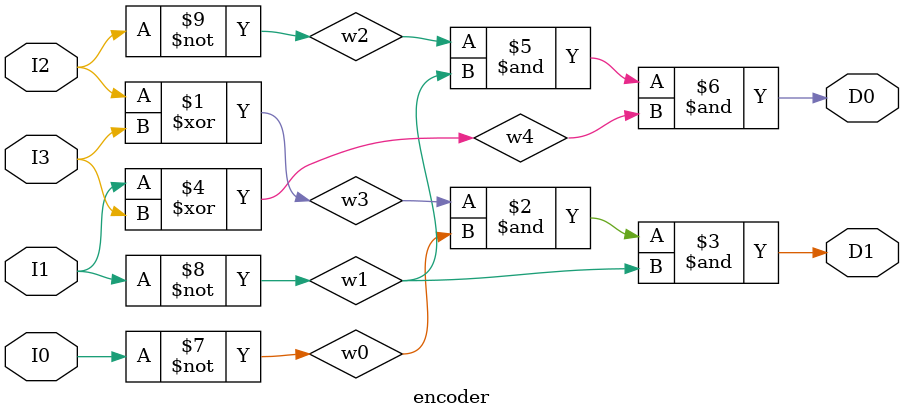
<source format=v>
module encoder(output D1, D0, input I3, I2, I1, I0);
    
    wire w0, w1, w2, w3, w4;
    
    not(w0, I0);
    not(w1, I1);
    not(w2, I2);
    
    xor(w3, I2, I3);
    and(D1, w3, w0, w1);
    
    
    xor(w4, I1, I3);
    and(D0, w2, w1, w4); 
    
    
endmodule

</source>
